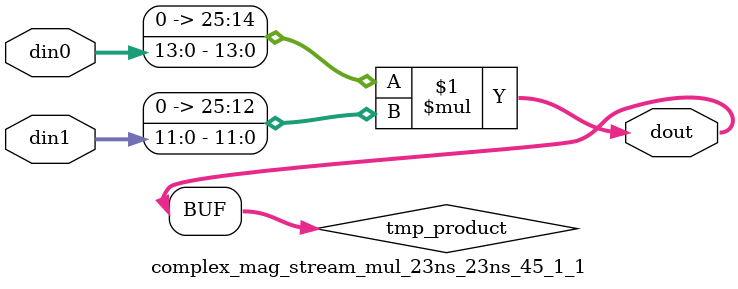
<source format=v>

`timescale 1 ns / 1 ps

 module complex_mag_stream_mul_23ns_23ns_45_1_1(din0, din1, dout);
parameter ID = 1;
parameter NUM_STAGE = 0;
parameter din0_WIDTH = 14;
parameter din1_WIDTH = 12;
parameter dout_WIDTH = 26;

input [din0_WIDTH - 1 : 0] din0; 
input [din1_WIDTH - 1 : 0] din1; 
output [dout_WIDTH - 1 : 0] dout;

wire signed [dout_WIDTH - 1 : 0] tmp_product;
























assign tmp_product = $signed({1'b0, din0}) * $signed({1'b0, din1});











assign dout = tmp_product;





















endmodule

</source>
